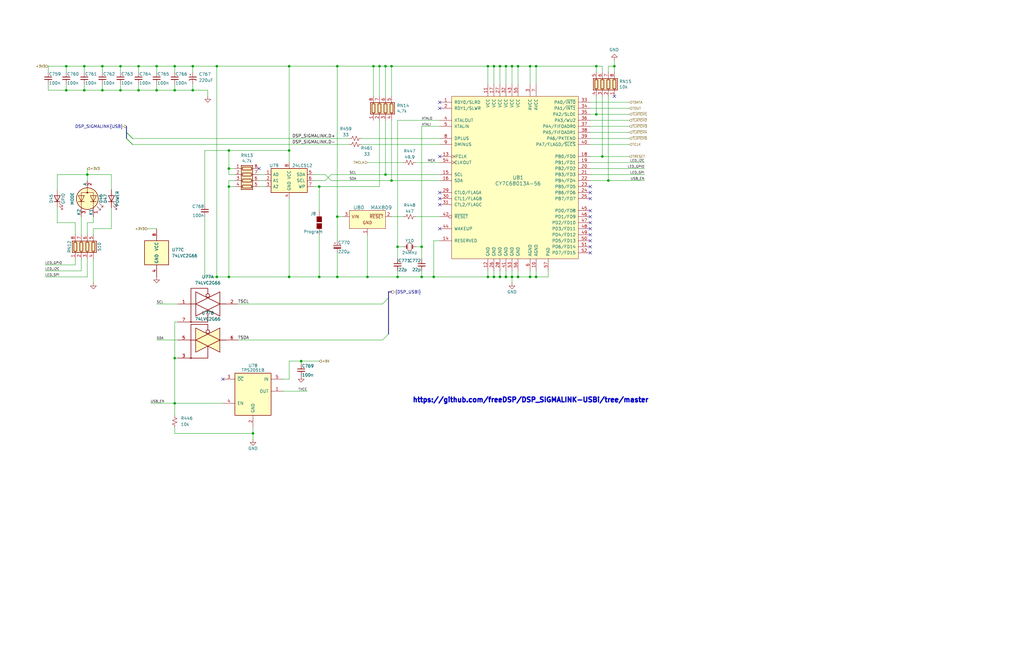
<source format=kicad_sch>
(kicad_sch (version 20250114) (generator "eeschema") (generator_version "9.0")
  (paper "B")
  (lib_symbols
    (symbol "74xGxx:74LVC2G66"
      (property "Reference" "U" (at 5.08 10.16 0))
      (property "Value" "74LVC2G66" (at 7.62 -10.16 0))
      (symbol "74LVC2G66_1_1"
        (polyline (pts (xy -7.62 0) (xy -5.08 0)) (stroke (width 0.254)) (fill (type background)))
        (polyline (pts (xy -7.62 -7.62) (xy 0 -7.62) (xy 0 -2.54)) (stroke (width 0.254)))
        (circle (center -7.112 -7.62) (radius 0.254))
        (polyline (pts (xy -5.08 5.08) (xy -5.08 -5.08)) (stroke (width 0.254)) (fill (type background)))
        (polyline (pts (xy -5.08 -5.08) (xy 5.08 0) (xy -5.08 5.08)) (stroke (width 0.254)))
        (polyline (pts (xy 0 4.318) (xy 0 6.604) (xy -7.112 6.604) (xy -7.112 -7.62)) (stroke (width 0.254)))
        (circle (center 0 3.556) (radius 0.762) (stroke (width 0.254)))
        (polyline (pts (xy 5.08 5.08) (xy 5.08 -5.08)) (stroke (width 0.254)))
        (polyline (pts (xy 5.08 5.08) (xy -5.08 0) (xy 5.08 -5.08)) (stroke (width 0.254)))
        (polyline (pts (xy 5.08 0) (xy 7.62 0)) (stroke (width 0.254)) (fill (type background)))
        (pin input line (at -12.7 0 0) (length 5.08) (name "~") (number "1"))
        (pin input line (at -12.7 -7.62 0) (length 5.08) (name "~") (number "7"))
        (pin tri_state line (at 12.7 0 180) (length 5.08) (name "~") (number "2"))
      )
      (symbol "74LVC2G66_2_1"
        (polyline (pts (xy -7.62 0) (xy -5.08 0)) (stroke (width 0.254)) (fill (type background)))
        (polyline (pts (xy -7.62 -7.62) (xy 0 -7.62) (xy 0 -2.54)) (stroke (width 0.254)))
        (circle (center -7.112 -7.62) (radius 0.254))
        (polyline (pts (xy -5.08 5.08) (xy -5.08 -5.08)) (stroke (width 0.254)) (fill (type background)))
        (polyline (pts (xy -5.08 -5.08) (xy 5.08 0) (xy -5.08 5.08)) (stroke (width 0.254)) (fill (type background)))
        (polyline (pts (xy 0 4.318) (xy 0 6.604) (xy -7.112 6.604) (xy -7.112 -7.62)) (stroke (width 0.254)))
        (circle (center 0 3.556) (radius 0.762) (stroke (width 0.254)))
        (polyline (pts (xy 5.08 5.08) (xy 5.08 -5.08)) (stroke (width 0.254)) (fill (type background)))
        (polyline (pts (xy 5.08 5.08) (xy -5.08 0) (xy 5.08 -5.08)) (stroke (width 0.254)) (fill (type background)))
        (polyline (pts (xy 5.08 0) (xy 7.62 0)) (stroke (width 0.254)) (fill (type background)))
        (pin input line (at -12.7 0 0) (length 5.08) (name "~") (number "5"))
        (pin input line (at -12.7 -7.62 0) (length 5.08) (name "~") (number "3"))
        (pin tri_state line (at 12.7 0 180) (length 5.08) (name "~") (number "6"))
      )
      (symbol "74LVC2G66_3_1"
        (rectangle (start -5.08 5.08) (end 5.08 -5.08) (stroke (width 0.254)) (fill (type background)))
        (pin power_in line (at 0 10.16 270) (length 5.08) (name "VCC") (number "8"))
        (pin power_in line (at 0 -10.16 90) (length 5.08) (name "GND") (number "4"))
      )
    )
    (symbol "Device:CP_Small" (pin_numbers (hide yes)) (pin_names (offset 0.254) (hide yes))
      (property "Reference" "C" (at 0.254 1.778 0))
      (property "Value" "Device_CP_Small" (at 0.254 -2.032 0))
      (symbol "CP_Small_0_1"
        (rectangle (start -1.524 0.6858) (end 1.524 0.3048))
        (rectangle (start -1.524 -0.3048) (end 1.524 -0.6858) (fill (type outline)))
        (polyline (pts (xy -1.27 1.524) (xy -0.762 1.524)))
        (polyline (pts (xy -1.016 1.27) (xy -1.016 1.778)))
      )
      (symbol "CP_Small_1_1"
        (pin passive line (at 0 2.54 270) (length 1.8542) (name "~") (number "1"))
        (pin passive line (at 0 -2.54 90) (length 1.8542) (name "~") (number "2"))
      )
    )
    (symbol "Device:C_Polarized_Small_US" (pin_numbers (hide yes)) (pin_names (offset 0.254) (hide yes))
      (property "Reference" "C" (at 0.254 1.778 0))
      (property "Value" "C_Polarized_Small_US" (at 0.254 -2.032 0))
      (symbol "C_Polarized_Small_US_0_1"
        (polyline (pts (xy -1.524 0.508) (xy 1.524 0.508)) (stroke (width 0.3048)))
        (polyline (pts (xy -1.27 1.524) (xy -0.762 1.524)))
        (polyline (pts (xy -1.016 1.27) (xy -1.016 1.778)))
        (arc (start -1.524 -0.762) (mid 0 -0.3734) (end 1.524 -0.762) (stroke (width 0.3048)))
      )
      (symbol "C_Polarized_Small_US_1_1"
        (pin passive line (at 0 2.54 270) (length 2.032) (name "~") (number "1"))
        (pin passive line (at 0 -2.54 90) (length 2.032) (name "~") (number "2"))
      )
    )
    (symbol "Device:C_Small" (pin_numbers (hide yes)) (pin_names (offset 0.254) (hide yes))
      (property "Reference" "C" (at 0.254 1.778 0))
      (property "Value" "C_Small" (at 0.254 -2.032 0))
      (symbol "C_Small_0_1"
        (polyline (pts (xy -1.524 0.508) (xy 1.524 0.508)) (stroke (width 0.3048)))
        (polyline (pts (xy -1.524 -0.508) (xy 1.524 -0.508)) (stroke (width 0.3302)))
      )
      (symbol "C_Small_1_1"
        (pin passive line (at 0 2.54 270) (length 2.032) (name "~") (number "1"))
        (pin passive line (at 0 -2.54 90) (length 2.032) (name "~") (number "2"))
      )
    )
    (symbol "Device:Crystal_Small" (pin_numbers (hide yes)) (pin_names (offset 1.016) (hide yes))
      (property "Reference" "Y" (at 0 2.54 0))
      (property "Value" "Crystal_Small" (at 0 -2.54 0))
      (symbol "Crystal_Small_0_1"
        (polyline (pts (xy -1.27 -0.762) (xy -1.27 0.762)) (stroke (width 0.381)))
        (rectangle (start -0.762 -1.524) (end 0.762 1.524))
        (polyline (pts (xy 1.27 -0.762) (xy 1.27 0.762)) (stroke (width 0.381)))
      )
      (symbol "Crystal_Small_1_1"
        (pin passive line (at -2.54 0 0) (length 1.27) (name "1") (number "1"))
        (pin passive line (at 2.54 0 180) (length 1.27) (name "2") (number "2"))
      )
    )
    (symbol "Device:LED" (pin_numbers (hide yes)) (pin_names (offset 1.016) (hide yes))
      (property "Reference" "D" (at 0 2.54 0))
      (property "Value" "LED" (at 0 -2.54 0))
      (symbol "LED_0_1"
        (polyline (pts (xy -3.048 -0.762) (xy -4.572 -2.286) (xy -3.81 -2.286) (xy -4.572 -2.286) (xy -4.572 -1.524)))
        (polyline (pts (xy -1.778 -0.762) (xy -3.302 -2.286) (xy -2.54 -2.286) (xy -3.302 -2.286) (xy -3.302 -1.524)))
        (polyline (pts (xy -1.27 0) (xy 1.27 0)))
        (polyline (pts (xy -1.27 -1.27) (xy -1.27 1.27)) (stroke (width 0.254)))
        (polyline (pts (xy 1.27 -1.27) (xy 1.27 1.27) (xy -1.27 0) (xy 1.27 -1.27)) (stroke (width 0.254)))
      )
      (symbol "LED_1_1"
        (pin passive line (at -3.81 0 0) (length 2.54) (name "K") (number "1"))
        (pin passive line (at 3.81 0 180) (length 2.54) (name "A") (number "2"))
      )
    )
    (symbol "Device:LED_Dual_CAC" (pin_names (offset 0))
      (property "Reference" "D" (at 0 5.715 0))
      (property "Value" "Device_LED_Dual_CAC" (at 0 -6.35 0))
      (symbol "LED_Dual_CAC_0_1"
        (polyline (pts (xy -4.572 0) (xy -2.54 0)))
        (circle (center -2.54 0) (radius 0.2794) (fill (type outline)))
        (polyline (pts (xy -1.27 3.81) (xy -1.27 1.27) (xy 1.27 2.54) (xy -1.27 3.81)) (stroke (width 0.2032)))
        (polyline (pts (xy -1.27 -1.27) (xy -1.27 -3.81) (xy 1.27 -2.54) (xy -1.27 -1.27)) (stroke (width 0.2032)))
        (circle (center 0 0) (radius 4.572) (stroke (width 0.254)) (fill (type background)))
        (polyline (pts (xy 1.27 3.81) (xy 1.27 1.27)) (stroke (width 0.2032)))
        (polyline (pts (xy 1.27 -1.27) (xy 1.27 -3.81)) (stroke (width 0.2032)))
        (polyline (pts (xy 2.032 5.08) (xy 3.556 6.604) (xy 2.794 6.604) (xy 3.556 6.604) (xy 3.556 5.842)))
        (polyline (pts (xy 2.032 2.54) (xy -2.54 2.54) (xy -2.54 -2.54) (xy 2.032 -2.54)))
        (polyline (pts (xy 3.302 4.064) (xy 4.826 5.588) (xy 4.064 5.588) (xy 4.826 5.588) (xy 4.826 4.826)))
        (polyline (pts (xy 3.81 2.54) (xy 1.905 2.54)))
        (polyline (pts (xy 3.81 -2.54) (xy 1.905 -2.54)))
      )
      (symbol "LED_Dual_CAC_1_1"
        (pin input line (at -7.62 0 0) (length 3.048) (name "A") (number "2"))
        (pin input line (at 7.62 2.54 180) (length 3.81) (name "K1") (number "1"))
        (pin input line (at 7.62 -2.54 180) (length 3.81) (name "K2") (number "3"))
      )
    )
    (symbol "Device:R_Pack04" (pin_names (offset 0) (hide yes))
      (property "Reference" "RN" (at -7.62 0 90))
      (property "Value" "R_Pack04" (at 5.08 0 90))
      (symbol "R_Pack04_0_1"
        (rectangle (start -6.35 -2.413) (end 3.81 2.413) (stroke (width 0.254)) (fill (type background)))
        (rectangle (start -5.715 1.905) (end -4.445 -1.905) (stroke (width 0.254)))
        (polyline (pts (xy -5.08 1.905) (xy -5.08 2.54)))
        (polyline (pts (xy -5.08 -2.54) (xy -5.08 -1.905)))
        (rectangle (start -3.175 1.905) (end -1.905 -1.905) (stroke (width 0.254)))
        (polyline (pts (xy -2.54 1.905) (xy -2.54 2.54)))
        (polyline (pts (xy -2.54 -2.54) (xy -2.54 -1.905)))
        (rectangle (start -0.635 1.905) (end 0.635 -1.905) (stroke (width 0.254)))
        (polyline (pts (xy 0 1.905) (xy 0 2.54)))
        (polyline (pts (xy 0 -2.54) (xy 0 -1.905)))
        (rectangle (start 1.905 1.905) (end 3.175 -1.905) (stroke (width 0.254)))
        (polyline (pts (xy 2.54 1.905) (xy 2.54 2.54)))
        (polyline (pts (xy 2.54 -2.54) (xy 2.54 -1.905)))
      )
      (symbol "R_Pack04_1_1"
        (pin passive line (at -5.08 5.08 270) (length 2.54) (name "R1.2") (number "8"))
        (pin passive line (at -5.08 -5.08 90) (length 2.54) (name "R1.1") (number "1"))
        (pin passive line (at -2.54 5.08 270) (length 2.54) (name "R2.2") (number "7"))
        (pin passive line (at -2.54 -5.08 90) (length 2.54) (name "R2.1") (number "2"))
        (pin passive line (at 0 5.08 270) (length 2.54) (name "R3.2") (number "6"))
        (pin passive line (at 0 -5.08 90) (length 2.54) (name "R3.1") (number "3"))
        (pin passive line (at 2.54 5.08 270) (length 2.54) (name "R4.2") (number "5"))
        (pin passive line (at 2.54 -5.08 90) (length 2.54) (name "R4.1") (number "4"))
      )
    )
    (symbol "Device:R_Small_US" (pin_numbers (hide yes)) (pin_names (offset 0.254) (hide yes))
      (property "Reference" "R" (at 0.762 0.508 0))
      (property "Value" "R_Small_US" (at 0.762 -1.016 0))
      (symbol "R_Small_US_1_1"
        (polyline (pts (xy 0 1.524) (xy 1.016 1.143) (xy 0 0.762) (xy -1.016 0.381) (xy 0 0)))
        (polyline (pts (xy 0 0) (xy 1.016 -0.381) (xy 0 -0.762) (xy -1.016 -1.143) (xy 0 -1.524)))
        (pin passive line (at 0 2.54 270) (length 1.016) (name "~") (number "1"))
        (pin passive line (at 0 -2.54 90) (length 1.016) (name "~") (number "2"))
      )
    )
    (symbol "SigmaLink-USBi-rescue:24LC512" (pin_names (offset 0.762))
      (property "Reference" "U" (at -6.35 6.35 0))
      (property "Value" "24LC512" (at 1.27 6.35 0))
      (symbol "24LC512_0_0"
        (pin power_in line (at 0 7.62 270) (length 2.54) (name "VCC") (number "8"))
        (pin power_in line (at 0 -7.62 90) (length 2.54) (name "GND") (number "4"))
      )
      (symbol "24LC512_1_1"
        (rectangle (start -7.62 5.08) (end 7.62 -5.08) (stroke (width 0.254)) (fill (type background)))
        (pin input line (at -10.16 2.54 0) (length 2.54) (name "A0") (number "1"))
        (pin input line (at -10.16 0 0) (length 2.54) (name "A1") (number "2"))
        (pin input line (at -10.16 -2.54 0) (length 2.54) (name "A2") (number "3"))
        (pin bidirectional line (at 10.16 2.54 180) (length 2.54) (name "SDA") (number "5"))
        (pin input line (at 10.16 0 180) (length 2.54) (name "SCL") (number "6"))
        (pin input line (at 10.16 -2.54 180) (length 2.54) (name "WP") (number "7"))
      )
    )
    (symbol "SigmaLink-USBi-rescue:GS2" (pin_numbers (hide yes)) (pin_names (offset 1.016) (hide yes))
      (property "Reference" "J" (at 2.54 3.81 0))
      (property "Value" "GS2" (at 2.54 -3.7846 0))
      (symbol "GS2_0_1"
        (polyline (pts (xy -1.016 0.254) (xy -1.016 2.54) (xy 1.016 2.54) (xy 1.016 0.254)) (fill (type outline)))
        (polyline (pts (xy -1.016 -0.254) (xy -1.016 -2.54) (xy 1.016 -2.54) (xy 1.016 -0.254)) (fill (type outline)))
      )
      (symbol "GS2_1_1"
        (pin passive line (at 0 5.08 270) (length 2.54) (name "G1") (number "1"))
        (pin passive line (at 0 -5.08 90) (length 2.54) (name "G2") (number "2"))
      )
    )
    (symbol "SigmaLink-USBi-rescue:TPS2051B" (pin_names (offset 1.016))
      (property "Reference" "U" (at 0 10.795 0))
      (property "Value" "TPS2051B" (at 0 8.89 0))
      (symbol "TPS2051B_0_1"
        (rectangle (start -7.62 7.62) (end 7.62 -10.16) (stroke (width 0.254)) (fill (type background)))
      )
      (symbol "TPS2051B_1_1"
        (pin open_collector line (at -12.7 5.08 0) (length 5.08) (name "~{OC}") (number "3"))
        (pin input line (at -12.7 -5.08 0) (length 5.08) (name "EN") (number "4"))
        (pin power_in line (at 0 -15.24 90) (length 5.08) (name "GND") (number "2"))
        (pin power_in line (at 12.7 5.08 180) (length 5.08) (name "IN") (number "5"))
        (pin power_out line (at 12.7 0 180) (length 5.08) (name "OUT") (number "1"))
      )
    )
    (symbol "cy7c68013:CY7C68013A-56" (pin_names (offset 1.016))
      (property "Reference" "U" (at 0 1.27 0))
      (property "Value" "CY7C68013A-56" (at 0 -1.27 0))
      (symbol "CY7C68013A-56_0_1"
        (rectangle (start -27.94 35.56) (end 25.4 -33.02) (fill (type background)))
      )
      (symbol "CY7C68013A-56_1_1"
        (pin input line (at -33.02 33.02 0) (length 5.08) (name "RDY0/SLRD") (number "1"))
        (pin input line (at -33.02 30.48 0) (length 5.08) (name "RDY1/SLWR") (number "2"))
        (pin output line (at -33.02 25.4 0) (length 5.08) (name "XTALOUT") (number "4"))
        (pin input line (at -33.02 22.86 0) (length 5.08) (name "XTALIN") (number "5"))
        (pin bidirectional line (at -33.02 17.78 0) (length 5.08) (name "DPLUS") (number "8"))
        (pin bidirectional line (at -33.02 15.24 0) (length 5.08) (name "DMINUS") (number "9"))
        (pin bidirectional clock (at -33.02 10.16 0) (length 5.08) (name "IFCLK") (number "13"))
        (pin output clock (at -33.02 7.62 0) (length 5.08) (name "CLKOUT") (number "54"))
        (pin output line (at -33.02 2.54 0) (length 5.08) (name "SCL") (number "15"))
        (pin bidirectional line (at -33.02 0 0) (length 5.08) (name "SDA") (number "16"))
        (pin output line (at -33.02 -5.08 0) (length 5.08) (name "CTL0/FLAGA") (number "29"))
        (pin output line (at -33.02 -7.62 0) (length 5.08) (name "CTL1/FLAGB") (number "30"))
        (pin output line (at -33.02 -10.16 0) (length 5.08) (name "CTL2/FLAGC") (number "31"))
        (pin input inverted (at -33.02 -15.24 0) (length 5.08) (name "~{RESET}") (number "42"))
        (pin input line (at -33.02 -20.32 0) (length 5.08) (name "WAKEUP") (number "44"))
        (pin input line (at -33.02 -25.4 0) (length 5.08) (name "RESERVED") (number "14"))
        (pin power_in line (at -12.7 40.64 270) (length 5.08) (name "VCC") (number "11"))
        (pin power_in line (at -12.7 -38.1 90) (length 5.08) (name "GND") (number "12"))
        (pin power_in line (at -10.16 40.64 270) (length 5.08) (name "VCC") (number "17"))
        (pin power_in line (at -10.16 -38.1 90) (length 5.08) (name "GND") (number "26"))
        (pin power_in line (at -7.62 40.64 270) (length 5.08) (name "VCC") (number "27"))
        (pin power_in line (at -7.62 -38.1 90) (length 5.08) (name "GND") (number "28"))
        (pin power_in line (at -5.08 40.64 270) (length 5.08) (name "VCC") (number "32"))
        (pin power_in line (at -5.08 -38.1 90) (length 5.08) (name "GND") (number "41"))
        (pin power_in line (at -2.54 40.64 270) (length 5.08) (name "VCC") (number "43"))
        (pin power_in line (at -2.54 -38.1 90) (length 5.08) (name "GND") (number "53"))
        (pin power_in line (at 0 40.64 270) (length 5.08) (name "VCC") (number "55"))
        (pin power_in line (at 0 -38.1 90) (length 5.08) (name "GND") (number "56"))
        (pin power_in line (at 5.08 40.64 270) (length 5.08) (name "AVCC") (number "3"))
        (pin power_in line (at 5.08 -38.1 90) (length 5.08) (name "AGND") (number "6"))
        (pin power_in line (at 7.62 40.64 270) (length 5.08) (name "AVCC") (number "7"))
        (pin power_in line (at 7.62 -38.1 90) (length 5.08) (name "AGND") (number "10"))
        (pin passive line (at 12.7 -38.1 90) (length 5.08) (name "PAD") (number "57"))
        (pin bidirectional line (at 30.48 33.02 180) (length 5.08) (name "PA0/~{INT0}") (number "33"))
        (pin bidirectional line (at 30.48 30.48 180) (length 5.08) (name "PA1/~{INT1}") (number "34"))
        (pin bidirectional line (at 30.48 27.94 180) (length 5.08) (name "PA2/SLOE") (number "35"))
        (pin bidirectional line (at 30.48 25.4 180) (length 5.08) (name "PA3/WU2") (number "36"))
        (pin bidirectional line (at 30.48 22.86 180) (length 5.08) (name "PA4/FIFOADR0") (number "37"))
        (pin bidirectional line (at 30.48 20.32 180) (length 5.08) (name "PA5/FIFOADR1") (number "38"))
        (pin bidirectional line (at 30.48 17.78 180) (length 5.08) (name "PA6/PKTEND") (number "39"))
        (pin bidirectional line (at 30.48 15.24 180) (length 5.08) (name "PA7/FLAGD/~{SLCS}") (number "40"))
        (pin bidirectional line (at 30.48 10.16 180) (length 5.08) (name "PB0/FD0") (number "18"))
        (pin bidirectional line (at 30.48 7.62 180) (length 5.08) (name "PB1/FD1") (number "19"))
        (pin bidirectional line (at 30.48 5.08 180) (length 5.08) (name "PB2/FD2") (number "20"))
        (pin bidirectional line (at 30.48 2.54 180) (length 5.08) (name "PB3/FD3") (number "21"))
        (pin bidirectional line (at 30.48 0 180) (length 5.08) (name "PB4/FD4") (number "22"))
        (pin bidirectional line (at 30.48 -2.54 180) (length 5.08) (name "PB5/FD5") (number "23"))
        (pin bidirectional line (at 30.48 -5.08 180) (length 5.08) (name "PB6/FD6") (number "24"))
        (pin bidirectional line (at 30.48 -7.62 180) (length 5.08) (name "PB7/FD7") (number "25"))
        (pin bidirectional line (at 30.48 -12.7 180) (length 5.08) (name "PD0/FD8") (number "45"))
        (pin bidirectional line (at 30.48 -15.24 180) (length 5.08) (name "PD1/FD9") (number "46"))
        (pin bidirectional line (at 30.48 -17.78 180) (length 5.08) (name "PD2/FD10") (number "47"))
        (pin bidirectional line (at 30.48 -20.32 180) (length 5.08) (name "PD3/FD11") (number "48"))
        (pin bidirectional line (at 30.48 -22.86 180) (length 5.08) (name "PD4/FD12") (number "49"))
        (pin bidirectional line (at 30.48 -25.4 180) (length 5.08) (name "PD5/FD13") (number "50"))
        (pin bidirectional line (at 30.48 -27.94 180) (length 5.08) (name "PD6/FD14") (number "51"))
        (pin bidirectional line (at 30.48 -30.48 180) (length 5.08) (name "PD7/FD15") (number "52"))
      )
    )
    (symbol "power:GND" (power) (pin_numbers (hide yes)) (pin_names (offset 0) (hide yes))
      (property "Value" "GND" (at 0 -3.81 0))
      (symbol "GND_0_1"
        (polyline (pts (xy 0 0) (xy 0 -1.27) (xy 1.27 -1.27) (xy 0 -2.54) (xy -1.27 -1.27) (xy 0 -1.27)))
      )
      (symbol "GND_1_1"
        (pin power_in line (at 0 0 270) (length 0) (name "~") (number "1"))
      )
    )
    (symbol "usb-mux:MAX809" (pin_names (offset 1.016) (hide yes))
      (property "Reference" "U" (at -1.27 3.81 0))
      (property "Value" "usb-mux_MAX809" (at 1.27 3.81 0))
      (symbol "MAX809_0_0"
        (rectangle (start -7.62 2.54) (end 7.62 -5.08) (fill (type background)))
        (text "VIN" (at -5.08 0 0) (effects (font (size 1.27 1.27))))
        (text "GND" (at 0 -2.54 0) (effects (font (size 1.27 1.27))))
        (text "~{RESET}" (at 3.81 0 0) (effects (font (size 1.27 1.27))))
      )
      (symbol "MAX809_1_1"
        (pin power_in line (at -10.16 0 0) (length 2.54) (name "VIN") (number "3"))
        (pin power_in line (at 0 -7.62 90) (length 2.54) (name "GND") (number "1"))
        (pin power_in line (at 10.16 0 180) (length 2.54) (name "~{RESET}") (number "2"))
      )
    )
  )
  (text "https://github.com/freeDSP/DSP_SIGMALINK-USBi/tree/master" (at 223.774 168.91 0) (effects (font (size 2.032 2.032) (thickness 0.508) (bold yes))))
  (junction (at 50.8 27.94))
  (junction (at 27.94 38.1))
  (junction (at 58.42 38.1))
  (junction (at 73.66 170.18))
  (junction (at 226.06 116.84))
  (junction (at 50.8 38.1))
  (junction (at 165.1 27.94))
  (junction (at 96.52 78.74))
  (junction (at 208.28 116.84))
  (junction (at 73.66 38.1))
  (junction (at 66.04 27.94))
  (junction (at 223.52 116.84))
  (junction (at 256.54 76.2))
  (junction (at 226.06 27.94))
  (junction (at 251.46 48.26))
  (junction (at 91.44 27.94))
  (junction (at 177.8 116.84))
  (junction (at 43.18 27.94))
  (junction (at 134.62 78.74))
  (junction (at 205.74 116.84))
  (junction (at 213.36 27.94))
  (junction (at 162.56 27.94))
  (junction (at 251.46 27.94))
  (junction (at 259.08 27.94))
  (junction (at 121.92 116.84))
  (junction (at 43.18 38.1))
  (junction (at 208.28 27.94))
  (junction (at 91.44 116.84))
  (junction (at 73.66 27.94))
  (junction (at 205.74 27.94))
  (junction (at 58.42 27.94))
  (junction (at 142.24 27.94))
  (junction (at 96.52 71.12))
  (junction (at 182.88 116.84))
  (junction (at 165.1 76.2))
  (junction (at 210.82 27.94))
  (junction (at 177.8 104.14))
  (junction (at 210.82 116.84))
  (junction (at 73.66 151.13))
  (junction (at 35.56 38.1))
  (junction (at 254 66.04))
  (junction (at 35.56 27.94))
  (junction (at 157.48 27.94))
  (junction (at 218.44 116.84))
  (junction (at 66.04 38.1))
  (junction (at 134.62 116.84))
  (junction (at 215.9 27.94))
  (junction (at 218.44 27.94))
  (junction (at 121.92 63.5))
  (junction (at 96.52 63.5))
  (junction (at 81.28 38.1))
  (junction (at 27.94 27.94))
  (junction (at 223.52 27.94))
  (junction (at 81.28 27.94))
  (junction (at 167.64 116.84))
  (junction (at 142.24 91.44))
  (junction (at 127 152.4))
  (junction (at 154.94 116.84))
  (junction (at 142.24 116.84))
  (junction (at 167.64 104.14))
  (junction (at 162.56 73.66))
  (junction (at 106.68 182.88))
  (junction (at 215.9 116.84))
  (junction (at 121.92 27.94))
  (junction (at 36.83 73.66))
  (junction (at 96.52 116.84))
  (junction (at 213.36 116.84))
  (junction (at 160.02 27.94))
  (no_connect (at 185.42 86.36))
  (no_connect (at 248.92 78.74))
  (no_connect (at 185.42 83.82))
  (no_connect (at 248.92 101.6))
  (no_connect (at 248.92 81.28))
  (no_connect (at 185.42 81.28))
  (no_connect (at 185.42 96.52))
  (no_connect (at 185.42 45.72))
  (no_connect (at 248.92 91.44))
  (no_connect (at 248.92 104.14))
  (no_connect (at 248.92 88.9))
  (no_connect (at 109.22 71.12))
  (no_connect (at 248.92 93.98))
  (no_connect (at 259.08 40.64))
  (no_connect (at 248.92 96.52))
  (no_connect (at 248.92 99.06))
  (no_connect (at 185.42 66.04))
  (no_connect (at 93.98 160.02))
  (no_connect (at 248.92 83.82))
  (no_connect (at 185.42 43.18))
  (no_connect (at 248.92 106.68))
  (bus_entry (at 53.34 55.88) (size 2.54 2.54))
  (bus_entry (at 163.83 140.97) (size -2.54 2.54))
  (bus_entry (at 53.34 55.88) (size 2.54 2.54))
  (bus_entry (at 53.34 58.42) (size 2.54 2.54))
  (bus_entry (at 53.34 58.42) (size 2.54 2.54))
  (bus_entry (at 53.34 58.42) (size 2.54 2.54))
  (bus_entry (at 53.34 55.88) (size 2.54 2.54))
  (bus_entry (at 163.83 125.73) (size -2.54 2.54))
  (wire (pts (xy 226.06 27.94) (xy 251.46 27.94)))
  (wire (pts (xy 215.9 116.84) (xy 215.9 119.38)))
  (wire (pts (xy 66.04 35.56) (xy 66.04 38.1)))
  (wire (pts (xy 142.24 27.94) (xy 157.48 27.94)))
  (wire (pts (xy 142.24 116.84) (xy 142.24 106.68)))
  (wire (pts (xy 256.54 27.94) (xy 259.08 27.94)))
  (wire (pts (xy 154.94 68.58) (xy 170.18 68.58)))
  (wire (pts (xy 182.88 101.6) (xy 185.42 101.6)))
  (wire (pts (xy 34.29 99.06) (xy 34.29 91.44)))
  (bus (pts (xy 163.83 123.19) (xy 163.83 125.73)))
  (wire (pts (xy 127 152.4) (xy 134.62 152.4)))
  (wire (pts (xy 256.54 40.64) (xy 256.54 76.2)))
  (wire (pts (xy 132.08 78.74) (xy 134.62 78.74)))
  (wire (pts (xy 175.26 68.58) (xy 185.42 68.58)))
  (wire (pts (xy 167.64 50.8) (xy 167.64 104.14)))
  (wire (pts (xy 210.82 27.94) (xy 210.82 35.56)))
  (wire (pts (xy 134.62 78.74) (xy 160.02 78.74)))
  (wire (pts (xy 175.26 91.44) (xy 185.42 91.44)))
  (wire (pts (xy 73.66 38.1) (xy 81.28 38.1)))
  (wire (pts (xy 55.88 60.96) (xy 147.32 60.96)))
  (wire (pts (xy 39.37 93.98) (xy 39.37 91.44)))
  (wire (pts (xy 165.1 27.94) (xy 205.74 27.94)))
  (wire (pts (xy 121.92 152.4) (xy 127 152.4)))
  (wire (pts (xy 106.68 180.34) (xy 106.68 182.88)))
  (wire (pts (xy 210.82 114.3) (xy 210.82 116.84)))
  (wire (pts (xy 109.22 78.74) (xy 111.76 78.74)))
  (wire (pts (xy 43.18 27.94) (xy 50.8 27.94)))
  (wire (pts (xy 73.66 135.89) (xy 73.66 151.13)))
  (wire (pts (xy 177.8 116.84) (xy 182.88 116.84)))
  (wire (pts (xy 127 152.4) (xy 127 153.67)))
  (wire (pts (xy 265.43 50.8) (xy 248.92 50.8)))
  (wire (pts (xy 24.13 93.98) (xy 24.13 87.63)))
  (wire (pts (xy 182.88 116.84) (xy 205.74 116.84)))
  (wire (pts (xy 215.9 27.94) (xy 215.9 35.56)))
  (wire (pts (xy 66.04 143.51) (xy 74.93 143.51)))
  (wire (pts (xy 215.9 27.94) (xy 218.44 27.94)))
  (wire (pts (xy 167.64 116.84) (xy 167.64 114.3)))
  (wire (pts (xy 35.56 27.94) (xy 27.94 27.94)))
  (wire (pts (xy 132.08 73.66) (xy 137.16 73.66)))
  (wire (pts (xy 96.52 78.74) (xy 96.52 116.84)))
  (wire (pts (xy 160.02 27.94) (xy 162.56 27.94)))
  (wire (pts (xy 99.06 71.12) (xy 96.52 71.12)))
  (wire (pts (xy 36.83 73.66) (xy 46.99 73.66)))
  (wire (pts (xy 154.94 99.06) (xy 154.94 116.84)))
  (wire (pts (xy 144.78 91.44) (xy 142.24 91.44)))
  (bus (pts (xy 53.34 55.88) (xy 53.34 58.42)))
  (wire (pts (xy 213.36 114.3) (xy 213.36 116.84)))
  (wire (pts (xy 160.02 27.94) (xy 160.02 40.64)))
  (wire (pts (xy 31.75 93.98) (xy 24.13 93.98)))
  (wire (pts (xy 251.46 30.48) (xy 251.46 27.94)))
  (wire (pts (xy 185.42 53.34) (xy 177.8 53.34)))
  (wire (pts (xy 87.63 38.1) (xy 87.63 40.64)))
  (wire (pts (xy 254 30.48) (xy 254 27.94)))
  (wire (pts (xy 208.28 114.3) (xy 208.28 116.84)))
  (wire (pts (xy 27.94 38.1) (xy 20.32 38.1)))
  (wire (pts (xy 35.56 27.94) (xy 43.18 27.94)))
  (wire (pts (xy 91.44 27.94) (xy 91.44 116.84)))
  (wire (pts (xy 208.28 27.94) (xy 208.28 35.56)))
  (wire (pts (xy 256.54 30.48) (xy 256.54 27.94)))
  (wire (pts (xy 248.92 43.18) (xy 265.43 43.18)))
  (wire (pts (xy 265.43 55.88) (xy 248.92 55.88)))
  (wire (pts (xy 62.23 96.52) (xy 66.04 96.52)))
  (wire (pts (xy 134.62 116.84) (xy 142.24 116.84)))
  (wire (pts (xy 121.92 116.84) (xy 121.92 83.82)))
  (wire (pts (xy 91.44 116.84) (xy 96.52 116.84)))
  (wire (pts (xy 86.36 63.5) (xy 86.36 86.36)))
  (wire (pts (xy 55.88 58.42) (xy 147.32 58.42)))
  (wire (pts (xy 46.99 96.52) (xy 46.99 87.63)))
  (wire (pts (xy 106.68 182.88) (xy 106.68 185.42)))
  (wire (pts (xy 50.8 38.1) (xy 58.42 38.1)))
  (wire (pts (xy 66.04 27.94) (xy 73.66 27.94)))
  (wire (pts (xy 175.26 104.14) (xy 177.8 104.14)))
  (wire (pts (xy 223.52 27.94) (xy 226.06 27.94)))
  (wire (pts (xy 20.32 38.1) (xy 20.32 35.56)))
  (wire (pts (xy 121.92 152.4) (xy 121.92 160.02)))
  (wire (pts (xy 162.56 27.94) (xy 165.1 27.94)))
  (wire (pts (xy 73.66 170.18) (xy 73.66 175.26)))
  (wire (pts (xy 259.08 25.4) (xy 259.08 27.94)))
  (wire (pts (xy 39.37 96.52) (xy 46.99 96.52)))
  (wire (pts (xy 35.56 35.56) (xy 35.56 38.1)))
  (wire (pts (xy 35.56 38.1) (xy 43.18 38.1)))
  (wire (pts (xy 134.62 78.74) (xy 134.62 88.9)))
  (wire (pts (xy 73.66 182.88) (xy 106.68 182.88)))
  (wire (pts (xy 19.05 116.84) (xy 36.83 116.84)))
  (wire (pts (xy 205.74 116.84) (xy 205.74 114.3)))
  (wire (pts (xy 177.8 104.14) (xy 177.8 109.22)))
  (wire (pts (xy 31.75 111.76) (xy 31.75 109.22)))
  (wire (pts (xy 73.66 151.13) (xy 73.66 170.18)))
  (wire (pts (xy 36.83 73.66) (xy 36.83 76.2)))
  (wire (pts (xy 170.18 104.14) (xy 167.64 104.14)))
  (wire (pts (xy 132.08 76.2) (xy 137.16 76.2)))
  (wire (pts (xy 208.28 116.84) (xy 210.82 116.84)))
  (wire (pts (xy 36.83 99.06) (xy 36.83 93.98)))
  (wire (pts (xy 35.56 38.1) (xy 27.94 38.1)))
  (wire (pts (xy 162.56 50.8) (xy 162.56 73.66)))
  (wire (pts (xy 208.28 27.94) (xy 210.82 27.94)))
  (wire (pts (xy 50.8 27.94) (xy 58.42 27.94)))
  (wire (pts (xy 215.9 114.3) (xy 215.9 116.84)))
  (wire (pts (xy 177.8 53.34) (xy 177.8 104.14)))
  (wire (pts (xy 73.66 27.94) (xy 73.66 30.48)))
  (wire (pts (xy 251.46 27.94) (xy 254 27.94)))
  (wire (pts (xy 218.44 114.3) (xy 218.44 116.84)))
  (wire (pts (xy 27.94 30.48) (xy 27.94 27.94)))
  (wire (pts (xy 182.88 116.84) (xy 182.88 101.6)))
  (bus (pts (xy 163.83 123.19) (xy 165.1 123.19)))
  (wire (pts (xy 121.92 27.94) (xy 142.24 27.94)))
  (wire (pts (xy 121.92 27.94) (xy 121.92 63.5)))
  (wire (pts (xy 218.44 27.94) (xy 223.52 27.94)))
  (bus (pts (xy 163.83 125.73) (xy 163.83 140.97)))
  (wire (pts (xy 81.28 38.1) (xy 87.63 38.1)))
  (wire (pts (xy 142.24 91.44) (xy 142.24 101.6)))
  (wire (pts (xy 213.36 116.84) (xy 215.9 116.84)))
  (wire (pts (xy 73.66 180.34) (xy 73.66 182.88)))
  (wire (pts (xy 157.48 27.94) (xy 160.02 27.94)))
  (wire (pts (xy 19.05 111.76) (xy 31.75 111.76)))
  (wire (pts (xy 19.05 114.3) (xy 34.29 114.3)))
  (wire (pts (xy 43.18 35.56) (xy 43.18 38.1)))
  (wire (pts (xy 63.5 170.18) (xy 73.66 170.18)))
  (wire (pts (xy 119.38 160.02) (xy 121.92 160.02)))
  (wire (pts (xy 81.28 27.94) (xy 91.44 27.94)))
  (wire (pts (xy 167.64 104.14) (xy 167.64 109.22)))
  (wire (pts (xy 100.33 128.27) (xy 161.29 128.27)))
  (wire (pts (xy 100.33 143.51) (xy 161.29 143.51)))
  (wire (pts (xy 81.28 35.56) (xy 81.28 38.1)))
  (wire (pts (xy 121.92 116.84) (xy 134.62 116.84)))
  (wire (pts (xy 86.36 91.44) (xy 86.36 116.84)))
  (wire (pts (xy 121.92 63.5) (xy 96.52 63.5)))
  (wire (pts (xy 121.92 63.5) (xy 121.92 68.58)))
  (wire (pts (xy 109.22 76.2) (xy 111.76 76.2)))
  (wire (pts (xy 165.1 91.44) (xy 170.18 91.44)))
  (wire (pts (xy 96.52 116.84) (xy 121.92 116.84)))
  (wire (pts (xy 91.44 27.94) (xy 121.92 27.94)))
  (wire (pts (xy 39.37 119.38) (xy 39.37 109.22)))
  (wire (pts (xy 36.83 116.84) (xy 36.83 109.22)))
  (wire (pts (xy 81.28 27.94) (xy 81.28 30.48)))
  (wire (pts (xy 154.94 116.84) (xy 167.64 116.84)))
  (wire (pts (xy 157.48 27.94) (xy 157.48 40.64)))
  (wire (pts (xy 231.14 116.84) (xy 231.14 114.3)))
  (wire (pts (xy 152.4 60.96) (xy 185.42 60.96)))
  (wire (pts (xy 223.52 116.84) (xy 226.06 116.84)))
  (wire (pts (xy 99.06 78.74) (xy 96.52 78.74)))
  (wire (pts (xy 139.7 76.2) (xy 165.1 76.2)))
  (wire (pts (xy 165.1 27.94) (xy 165.1 40.64)))
  (wire (pts (xy 109.22 73.66) (xy 111.76 73.66)))
  (wire (pts (xy 73.66 27.94) (xy 81.28 27.94)))
  (wire (pts (xy 27.94 38.1) (xy 27.94 35.56)))
  (wire (pts (xy 58.42 27.94) (xy 66.04 27.94)))
  (wire (pts (xy 73.66 151.13) (xy 74.93 151.13)))
  (wire (pts (xy 160.02 78.74) (xy 160.02 50.8)))
  (wire (pts (xy 66.04 38.1) (xy 73.66 38.1)))
  (wire (pts (xy 248.92 76.2) (xy 256.54 76.2)))
  (wire (pts (xy 162.56 73.66) (xy 185.42 73.66)))
  (wire (pts (xy 248.92 68.58) (xy 271.78 68.58)))
  (wire (pts (xy 34.29 114.3) (xy 34.29 109.22)))
  (wire (pts (xy 223.52 27.94) (xy 223.52 35.56)))
  (wire (pts (xy 96.52 63.5) (xy 96.52 71.12)))
  (wire (pts (xy 259.08 30.48) (xy 259.08 27.94)))
  (wire (pts (xy 58.42 30.48) (xy 58.42 27.94)))
  (wire (pts (xy 248.92 48.26) (xy 251.46 48.26)))
  (wire (pts (xy 223.52 114.3) (xy 223.52 116.84)))
  (wire (pts (xy 265.43 45.72) (xy 248.92 45.72)))
  (wire (pts (xy 96.52 71.12) (xy 96.52 73.66)))
  (wire (pts (xy 218.44 116.84) (xy 223.52 116.84)))
  (wire (pts (xy 96.52 73.66) (xy 99.06 73.66)))
  (wire (pts (xy 50.8 35.56) (xy 50.8 38.1)))
  (wire (pts (xy 66.04 30.48) (xy 66.04 27.94)))
  (wire (pts (xy 43.18 30.48) (xy 43.18 27.94)))
  (wire (pts (xy 165.1 76.2) (xy 185.42 76.2)))
  (wire (pts (xy 39.37 99.06) (xy 39.37 96.52)))
  (wire (pts (xy 256.54 76.2) (xy 271.78 76.2)))
  (wire (pts (xy 24.13 73.66) (xy 24.13 80.01)))
  (wire (pts (xy 24.13 73.66) (xy 36.83 73.66)))
  (wire (pts (xy 248.92 58.42) (xy 265.43 58.42)))
  (wire (pts (xy 213.36 27.94) (xy 215.9 27.94)))
  (wire (pts (xy 248.92 73.66) (xy 271.78 73.66)))
  (wire (pts (xy 152.4 58.42) (xy 185.42 58.42)))
  (wire (pts (xy 73.66 135.89) (xy 74.93 135.89)))
  (wire (pts (xy 205.74 27.94) (xy 208.28 27.94)))
  (wire (pts (xy 20.32 27.94) (xy 20.32 30.48)))
  (wire (pts (xy 43.18 38.1) (xy 50.8 38.1)))
  (wire (pts (xy 213.36 27.94) (xy 213.36 35.56)))
  (wire (pts (xy 96.52 63.5) (xy 86.36 63.5)))
  (wire (pts (xy 35.56 30.48) (xy 35.56 27.94)))
  (wire (pts (xy 254 40.64) (xy 254 66.04)))
  (wire (pts (xy 248.92 53.34) (xy 265.43 53.34)))
  (wire (pts (xy 99.06 76.2) (xy 96.52 76.2)))
  (wire (pts (xy 251.46 40.64) (xy 251.46 48.26)))
  (wire (pts (xy 210.82 116.84) (xy 213.36 116.84)))
  (wire (pts (xy 134.62 99.06) (xy 134.62 116.84)))
  (wire (pts (xy 66.04 128.27) (xy 74.93 128.27)))
  (wire (pts (xy 129.54 165.1) (xy 119.38 165.1)))
  (wire (pts (xy 139.7 73.66) (xy 162.56 73.66)))
  (wire (pts (xy 215.9 116.84) (xy 218.44 116.84)))
  (wire (pts (xy 27.94 27.94) (xy 20.32 27.94)))
  (wire (pts (xy 162.56 27.94) (xy 162.56 40.64)))
  (wire (pts (xy 73.66 170.18) (xy 93.98 170.18)))
  (wire (pts (xy 46.99 73.66) (xy 46.99 80.01)))
  (wire (pts (xy 205.74 27.94) (xy 205.74 35.56)))
  (wire (pts (xy 218.44 27.94) (xy 218.44 35.56)))
  (wire (pts (xy 36.83 93.98) (xy 39.37 93.98)))
  (wire (pts (xy 31.75 99.06) (xy 31.75 93.98)))
  (wire (pts (xy 205.74 116.84) (xy 208.28 116.84)))
  (wire (pts (xy 86.36 116.84) (xy 91.44 116.84)))
  (wire (pts (xy 142.24 27.94) (xy 142.24 91.44)))
  (wire (pts (xy 36.83 71.12) (xy 36.83 73.66)))
  (wire (pts (xy 167.64 116.84) (xy 177.8 116.84)))
  (wire (pts (xy 58.42 35.56) (xy 58.42 38.1)))
  (wire (pts (xy 137.16 73.66) (xy 139.7 76.2)))
  (wire (pts (xy 251.46 48.26) (xy 265.43 48.26)))
  (wire (pts (xy 177.8 114.3) (xy 177.8 116.84)))
  (wire (pts (xy 226.06 114.3) (xy 226.06 116.84)))
  (wire (pts (xy 73.66 35.56) (xy 73.66 38.1)))
  (wire (pts (xy 265.43 60.96) (xy 248.92 60.96)))
  (wire (pts (xy 50.8 30.48) (xy 50.8 27.94)))
  (wire (pts (xy 226.06 27.94) (xy 226.06 35.56)))
  (wire (pts (xy 248.92 66.04) (xy 254 66.04)))
  (wire (pts (xy 58.42 38.1) (xy 66.04 38.1)))
  (bus (pts (xy 53.34 53.34) (xy 53.34 55.88)))
  (wire (pts (xy 185.42 50.8) (xy 167.64 50.8)))
  (wire (pts (xy 254 66.04) (xy 265.43 66.04)))
  (wire (pts (xy 210.82 27.94) (xy 213.36 27.94)))
  (wire (pts (xy 137.16 76.2) (xy 139.7 73.66)))
  (wire (pts (xy 142.24 116.84) (xy 154.94 116.84)))
  (wire (pts (xy 226.06 116.84) (xy 231.14 116.84)))
  (wire (pts (xy 96.52 76.2) (xy 96.52 78.74)))
  (wire (pts (xy 165.1 50.8) (xy 165.1 76.2)))
  (wire (pts (xy 248.92 71.12) (xy 271.78 71.12)))
  (label "DSP_SIGMALINK.D+" (at 123.19 58.42 0))
  (label "SCL" (at 66.04 128.27 0) (effects (font (size 1 1) (thickness 0.125))))
  (label "LED_I2C" (at 271.78 68.58 180) (effects (font (size 1 1) (thickness 0.125))))
  (label "TVCC" (at 129.54 165.1 180) (effects (font (size 1 1) (thickness 0.125))))
  (label "TSDA" (at 100.33 143.51 0))
  (label "SDA" (at 147.32 76.2 0) (effects (font (size 1 1) (thickness 0.125))))
  (label "USB_EN" (at 271.78 76.2 180) (effects (font (size 1 1) (thickness 0.125))))
  (label "XTALI" (at 177.8 53.34 0) (effects (font (size 1 1) (thickness 0.125))))
  (label "LED_SPI" (at 19.05 116.84 0) (effects (font (size 1 1) (thickness 0.125))))
  (label "MCK" (at 180.34 68.58 0) (effects (font (size 1 1) (thickness 0.125))))
  (label "XTALO" (at 177.8 50.8 0) (effects (font (size 1 1) (thickness 0.125))))
  (label "SDA" (at 66.04 143.51 0) (effects (font (size 1 1) (thickness 0.125))))
  (label "TSCL" (at 100.33 128.27 0))
  (label "LED_I2C" (at 19.05 114.3 0) (effects (font (size 1 1) (thickness 0.125))))
  (label "LED_SPI" (at 271.78 73.66 180) (effects (font (size 1 1) (thickness 0.125))))
  (label "LED_GPIO" (at 19.05 111.76 0) (effects (font (size 1 1) (thickness 0.125))))
  (label "LED_GPIO" (at 271.78 71.12 180) (effects (font (size 1 1) (thickness 0.125))))
  (label "DSP_SIGMALINK.D-" (at 123.19 60.96 0))
  (label "USB_EN" (at 63.5 170.18 0) (effects (font (size 1 1) (thickness 0.125))))
  (label "SCL" (at 147.32 73.66 0) (effects (font (size 1 1) (thickness 0.125))))
  (hierarchical_label "TOUT" (shape input) (at 265.43 45.72 0) (effects (font (size 1 1) (thickness 0.125))))
  (hierarchical_label "~{TLATCH4}" (shape input) (at 265.43 55.88 0) (effects (font (size 1 1) (thickness 0.125))))
  (hierarchical_label "~{TLATCH5}" (shape input) (at 265.43 58.42 0) (effects (font (size 1 1) (thickness 0.125))))
  (hierarchical_label "TMCLK" (shape input) (at 154.94 68.58 180) (effects (font (size 1 1) (thickness 0.125))))
  (hierarchical_label "+3V3" (shape input) (at 62.23 96.52 180) (effects (font (size 1 1))))
  (hierarchical_label "+5V" (shape input) (at 134.62 152.4 0) (effects (font (size 1 1))))
  (hierarchical_label "~{TLATCH2}" (shape input) (at 265.43 50.8 0) (effects (font (size 1 1) (thickness 0.125))))
  (hierarchical_label "TDATA" (shape input) (at 265.43 43.18 0) (effects (font (size 1 1) (thickness 0.125))))
  (hierarchical_label "+3V3" (shape input) (at 20.32 27.94 180) (effects (font (size 1 1))))
  (hierarchical_label "{DSP_USBi}" (shape output) (at 165.1 123.19 0))
  (hierarchical_label "+3V3" (shape input) (at 36.83 71.12 0) (effects (font (size 1 1))))
  (hierarchical_label "TRESET" (shape input) (at 265.43 66.04 0) (effects (font (size 1 1) (thickness 0.125))))
  (hierarchical_label "~{TLATCH3}" (shape input) (at 265.43 53.34 0) (effects (font (size 1 1) (thickness 0.125))))
  (hierarchical_label "DSP_SIGMALINK{USB}" (shape bidirectional) (at 53.34 53.34 180))
  (hierarchical_label "TCLK" (shape input) (at 265.43 60.96 0) (effects (font (size 1 1) (thickness 0.125))))
  (hierarchical_label "~{TLATCH1}" (shape input) (at 265.43 48.26 0) (effects (font (size 1 1) (thickness 0.125))))
  (symbol (lib_id "Device:R_Small_US") (at 73.66 177.8 0) (unit 1)
    (property "Reference" "R446" (at 76.2 176.5299 0) (effects (justify left)))
    (property "Value" "10k" (at 76.2 179.0699 0) (effects (justify left)))
    (property "Description" "Resistor, small US symbol" (effects (hide yes)))
  )
  (symbol (lib_id "74xGxx:74LVC2G66") (at 66.04 106.68 0) (unit 3)
    (property "Reference" "U77" (at 72.39 105.4099 0) (effects (justify left)))
    (property "Value" "74LVC2G66" (at 72.39 107.9499 0) (effects (justify left)))
    (property "Datasheet" "http://www.ti.com/lit/sg/scyt129e/scyt129e.pdf" (effects (hide yes)))
    (property "Description" "Dual Analog Switch" (effects (hide yes)))
  )
  (symbol (lib_id "Device:R_Small_US") (at 149.86 58.42 90) (unit 1)
    (property "Reference" "R459" (at 145.796 54.356 90))
    (property "Value" "33" (at 145.796 56.896 90))
    (property "Description" "Resistor, small US symbol" (effects (hide yes)))
  )
  (symbol (lib_id "Device:R_Small_US") (at 172.72 68.58 90) (unit 1)
    (property "Reference" "R447" (at 172.72 63.754 90))
    (property "Value" "49.9" (at 172.72 66.294 90))
    (property "Description" "Resistor, small US symbol" (effects (hide yes)))
  )
  (symbol (lib_id "Device:LED") (at 46.99 83.82 90) (unit 1)
    (property "Reference" "D47" (at 44.45 83.82 0))
    (property "Value" "POWER" (at 49.53 83.82 0))
    (property "Footprint" "LED_THT:LED_D3.0mm" (effects (hide yes)))
  )
  (symbol (lib_id "SigmaLink-USBi-rescue:GS2") (at 134.62 93.98 0) (mirror y) (unit 1)
    (property "Reference" "J8" (at 132.08 90.17 0))
    (property "Value" "Program" (at 132.08 97.7646 0))
    (property "Footprint" "Connector_PinHeader_1.27mm:PinHeader_1x02_P1.27mm_Vertical" (effects (hide yes)))
  )
  (symbol (lib_id "SigmaLink-USBi-rescue:TPS2051B") (at 106.68 165.1 0) (unit 1)
    (property "Reference" "U78" (at 106.68 154.305 0))
    (property "Value" "TPS2051B" (at 106.68 156.21 0))
    (property "Footprint" "Package_TO_SOT_SMD:SOT-23-5" (effects (hide yes)))
  )
  (symbol (lib_id "Device:R_Small_US") (at 149.86 60.96 90) (unit 1)
    (property "Reference" "R461" (at 154.686 62.484 90))
    (property "Value" "33" (at 154.686 65.024 90))
    (property "Description" "Resistor, small US symbol" (effects (hide yes)))
  )
  (symbol (lib_id "74xGxx:74LVC2G66") (at 87.63 128.27 0) (unit 1)
    (property "Reference" "U77" (at 87.63 116.84 0))
    (property "Value" "74LVC2G66" (at 87.63 119.38 0))
    (property "Datasheet" "http://www.ti.com/lit/sg/scyt129e/scyt129e.pdf" (effects (hide yes)))
    (property "Description" "Dual Analog Switch" (effects (hide yes)))
  )
  (symbol (lib_id "Device:R_Pack04") (at 162.56 45.72 0) (unit 1)
    (property "Reference" "RN14" (at 167.3352 44.5516 0) (effects (justify left)))
    (property "Value" "4.7k" (at 167.3352 46.863 0) (effects (justify left)))
    (property "Footprint" "Resistor_SMD:R_Array_Convex_4x0603" (effects (hide yes)))
  )
  (symbol (lib_id "power:GND") (at 259.08 25.4 180) (unit 1)
    (property "Reference" "#PWR0914" (effects (hide yes)))
    (property "Value" "GND" (at 258.953 21.0058 0))
  )
  (symbol (lib_id "Device:Crystal_Small") (at 172.72 104.14 0) (unit 1)
    (property "Reference" "Y10" (at 172.72 101.6 0))
    (property "Value" "24MHz" (at 172.72 106.68 0))
    (property "Footprint" "Crystal:Crystal_SMD_5032-2Pin_5.0x3.2mm" (effects (hide yes)))
  )
  (symbol (lib_id "power:GND") (at 39.37 119.38 0) (unit 1)
    (property "Reference" "#PWR0334" (effects (hide yes)))
    (property "Value" "GND" (effects (hide yes)))
  )
  (symbol (lib_id "power:GND") (at 66.04 116.84 0) (unit 1)
    (property "Reference" "#PWR0830" (effects (hide yes)))
    (property "Value" "GND" (effects (hide yes)))
  )
  (symbol (lib_id "Device:C_Small") (at 127 156.21 0) (unit 1)
    (property "Reference" "C769" (at 127.254 154.432 0) (effects (justify left)))
    (property "Value" "100n" (at 127.254 158.242 0) (effects (justify left)))
    (property "Footprint" "Capacitor_SMD:C_0603_1608Metric_Pad1.05x0.95mm_HandSolder" (effects (hide yes)))
  )
  (symbol (lib_id "usb-mux:MAX809") (at 154.94 91.44 0) (unit 1)
    (property "Reference" "U80" (at 153.67 87.63 0) (effects (font (size 1.524 1.524)) (justify right)))
    (property "Value" "MAX809" (at 156.21 87.63 0) (effects (font (size 1.524 1.524)) (justify left)))
    (property "Footprint" "Package_TO_SOT_SMD:SOT-23" (effects (hide yes)))
  )
  (symbol (lib_id "power:GND") (at 106.68 185.42 0) (unit 1)
    (property "Reference" "#PWR0910" (effects (hide yes)))
    (property "Value" "GND" (at 106.68 189.23 0))
  )
  (symbol (lib_id "Device:C_Small") (at 35.56 33.02 0) (unit 1)
    (property "Reference" "C761" (at 35.814 31.242 0) (effects (justify left)))
    (property "Value" "100n" (at 35.814 35.052 0) (effects (justify left)))
    (property "Footprint" "Capacitor_SMD:C_0603_1608Metric_Pad1.05x0.95mm_HandSolder" (effects (hide yes)))
  )
  (symbol (lib_id "power:GND") (at 127 158.75 0) (unit 1)
    (property "Reference" "#PWR0912" (effects (hide yes)))
    (property "Value" "GND" (effects (hide yes)))
  )
  (symbol (lib_id "Device:C_Small") (at 66.04 33.02 0) (unit 1)
    (property "Reference" "C765" (at 66.294 31.242 0) (effects (justify left)))
    (property "Value" "100n" (at 66.294 35.052 0) (effects (justify left)))
    (property "Footprint" "Capacitor_SMD:C_0603_1608Metric_Pad1.05x0.95mm_HandSolder" (effects (hide yes)))
  )
  (symbol (lib_id "Device:C_Small") (at 177.8 111.76 0) (mirror y) (unit 1)
    (property "Reference" "C772" (at 177.546 109.982 0) (effects (justify left)))
    (property "Value" "22p" (at 177.546 113.792 0) (effects (justify left)))
    (property "Footprint" "Capacitor_SMD:C_0603_1608Metric_Pad1.05x0.95mm_HandSolder" (effects (hide yes)))
  )
  (symbol (lib_id "Device:R_Pack04") (at 254 35.56 0) (mirror y) (unit 1)
    (property "Reference" "RN15" (at 261.112 34.3916 0) (effects (justify right)))
    (property "Value" "10k" (at 261.112 36.703 0) (effects (justify right)))
    (property "Footprint" "Resistor_SMD:R_Array_Convex_4x0603" (effects (hide yes)))
  )
  (symbol (lib_id "SigmaLink-USBi-rescue:24LC512") (at 121.92 76.2 0) (unit 1)
    (property "Reference" "U79" (at 115.57 69.85 0))
    (property "Value" "24LC512" (at 123.19 69.85 0) (effects (justify left)))
    (property "Footprint" "Package_SO:SOIC-8_3.9x4.9mm_P1.27mm" (effects (hide yes)))
  )
  (symbol (lib_id "Device:LED_Dual_CAC") (at 36.83 83.82 270) (unit 1)
    (property "Reference" "D46" (at 42.545 83.82 0))
    (property "Value" "MODE" (at 30.48 83.82 0))
    (property "Footprint" "LED_THT:LED_D3.0mm-3" (effects (hide yes)))
  )
  (symbol (lib_id "Device:R_Pack04") (at 36.83 104.14 0) (unit 1)
    (property "Reference" "RN12" (at 29.21 104.14 90))
    (property "Value" "510" (at 41.91 104.14 90))
    (property "Footprint" "Resistor_SMD:R_Array_Convex_4x0603" (effects (hide yes)))
  )
  (symbol (lib_id "Device:R_Small_US") (at 172.72 91.44 90) (unit 1)
    (property "Reference" "R448" (at 172.72 86.614 90))
    (property "Value" "4k7" (at 172.72 89.154 90))
    (property "Description" "Resistor, small US symbol" (effects (hide yes)))
  )
  (symbol (lib_id "Device:C_Small") (at 20.32 33.02 0) (unit 1)
    (property "Reference" "C759" (at 20.574 31.242 0) (effects (justify left)))
    (property "Value" "100n" (at 20.574 35.052 0) (effects (justify left)))
    (property "Footprint" "Capacitor_SMD:C_0603_1608Metric_Pad1.05x0.95mm_HandSolder" (effects (hide yes)))
  )
  (symbol (lib_id "Device:C_Small") (at 86.36 88.9 0) (mirror y) (unit 1)
    (property "Reference" "C768" (at 86.106 87.122 0) (effects (justify left)))
    (property "Value" "100n" (at 86.106 90.932 0) (effects (justify left)))
    (property "Footprint" "Capacitor_SMD:C_0603_1608Metric_Pad1.05x0.95mm_HandSolder" (effects (hide yes)))
  )
  (symbol (lib_id "Device:C_Small") (at 50.8 33.02 0) (unit 1)
    (property "Reference" "C763" (at 51.054 31.242 0) (effects (justify left)))
    (property "Value" "100n" (at 51.054 35.052 0) (effects (justify left)))
    (property "Footprint" "Capacitor_SMD:C_0603_1608Metric_Pad1.05x0.95mm_HandSolder" (effects (hide yes)))
  )
  (symbol (lib_id "power:GND") (at 87.63 40.64 0) (unit 1)
    (property "Reference" "#PWR0908" (effects (hide yes)))
    (property "Value" "GND" (effects (hide yes)))
  )
  (symbol (lib_id "Device:R_Pack04") (at 104.14 76.2 270) (unit 1)
    (property "Reference" "RN13" (at 104.14 65.6082 90))
    (property "Value" "4.7k" (at 104.14 67.9196 90))
    (property "Footprint" "Resistor_SMD:R_Array_Convex_4x0603" (effects (hide yes)))
  )
  (symbol (lib_id "Device:C_Small") (at 167.64 111.76 0) (unit 1)
    (property "Reference" "C771" (at 167.894 109.982 0) (effects (justify left)))
    (property "Value" "22p" (at 167.894 113.792 0) (effects (justify left)))
    (property "Footprint" "Capacitor_SMD:C_0603_1608Metric_Pad1.05x0.95mm_HandSolder" (effects (hide yes)))
  )
  (symbol (lib_id "Device:C_Small") (at 43.18 33.02 0) (unit 1)
    (property "Reference" "C762" (at 43.434 31.242 0) (effects (justify left)))
    (property "Value" "100n" (at 43.434 35.052 0) (effects (justify left)))
    (property "Footprint" "Capacitor_SMD:C_0603_1608Metric_Pad1.05x0.95mm_HandSolder" (effects (hide yes)))
  )
  (symbol (lib_id "Device:LED") (at 24.13 83.82 90) (unit 1)
    (property "Reference" "D45" (at 21.59 83.82 0))
    (property "Value" "GPIO" (at 26.67 83.82 0))
    (property "Footprint" "LED_THT:LED_D3.0mm" (effects (hide yes)))
  )
  (symbol (lib_id "Device:C_Small") (at 73.66 33.02 0) (unit 1)
    (property "Reference" "C766" (at 73.914 31.242 0) (effects (justify left)))
    (property "Value" "100n" (at 73.914 35.052 0) (effects (justify left)))
    (property "Footprint" "Capacitor_SMD:C_0603_1608Metric_Pad1.05x0.95mm_HandSolder" (effects (hide yes)))
  )
  (symbol (lib_id "Device:C_Polarized_Small_US") (at 81.28 33.02 0) (unit 1)
    (property "Reference" "C767" (at 83.82 31.3181 0) (effects (justify left)))
    (property "Value" "220uF" (at 83.82 33.8581 0) (effects (justify left)))
    (property "Description" "Polarized capacitor, small US symbol" (effects (hide yes)))
  )
  (symbol (lib_id "Device:C_Small") (at 58.42 33.02 0) (unit 1)
    (property "Reference" "C764" (at 58.674 31.242 0) (effects (justify left)))
    (property "Value" "100n" (at 58.674 35.052 0) (effects (justify left)))
    (property "Footprint" "Capacitor_SMD:C_0603_1608Metric_Pad1.05x0.95mm_HandSolder" (effects (hide yes)))
  )
  (symbol (lib_id "Device:C_Small") (at 27.94 33.02 0) (unit 1)
    (property "Reference" "C760" (at 28.194 31.242 0) (effects (justify left)))
    (property "Value" "100n" (at 28.194 35.052 0) (effects (justify left)))
    (property "Footprint" "Capacitor_SMD:C_0603_1608Metric_Pad1.05x0.95mm_HandSolder" (effects (hide yes)))
  )
  (symbol (lib_id "Device:CP_Small") (at 142.24 104.14 0) (unit 1)
    (property "Reference" "C770" (at 142.494 102.362 0) (effects (justify left)))
    (property "Value" "220µ" (at 142.494 106.172 0) (effects (justify left)))
    (property "Footprint" "Capacitor_SMD:CP_Elec_6.3x5.3" (effects (hide yes)))
  )
  (symbol (lib_id "cy7c68013:CY7C68013A-56") (at 218.44 76.2 0) (unit 1)
    (property "Reference" "U81" (at 218.44 74.93 0) (effects (font (size 1.524 1.524))))
    (property "Value" "CY7C68013A-56" (at 218.44 77.47 0) (effects (font (size 1.524 1.524))))
    (property "Footprint" "Package_DFN_QFN:QFN-56-1EP_8x8mm_P0.5mm_EP4.6x5.3mm" (effects (hide yes)))
  )
  (symbol (lib_id "power:GND") (at 215.9 119.38 0) (unit 1)
    (property "Reference" "#PWR0913" (effects (hide yes)))
    (property "Value" "GND" (at 215.9 123.19 0))
  )
  (symbol (lib_id "74xGxx:74LVC2G66") (at 87.63 143.51 0) (unit 2)
    (property "Reference" "U77" (at 87.63 132.08 0))
    (property "Value" "74LVC2G66" (at 87.63 134.62 0))
    (property "Datasheet" "http://www.ti.com/lit/sg/scyt129e/scyt129e.pdf" (effects (hide yes)))
    (property "Description" "Dual Analog Switch" (effects (hide yes)))
  )
)
</source>
